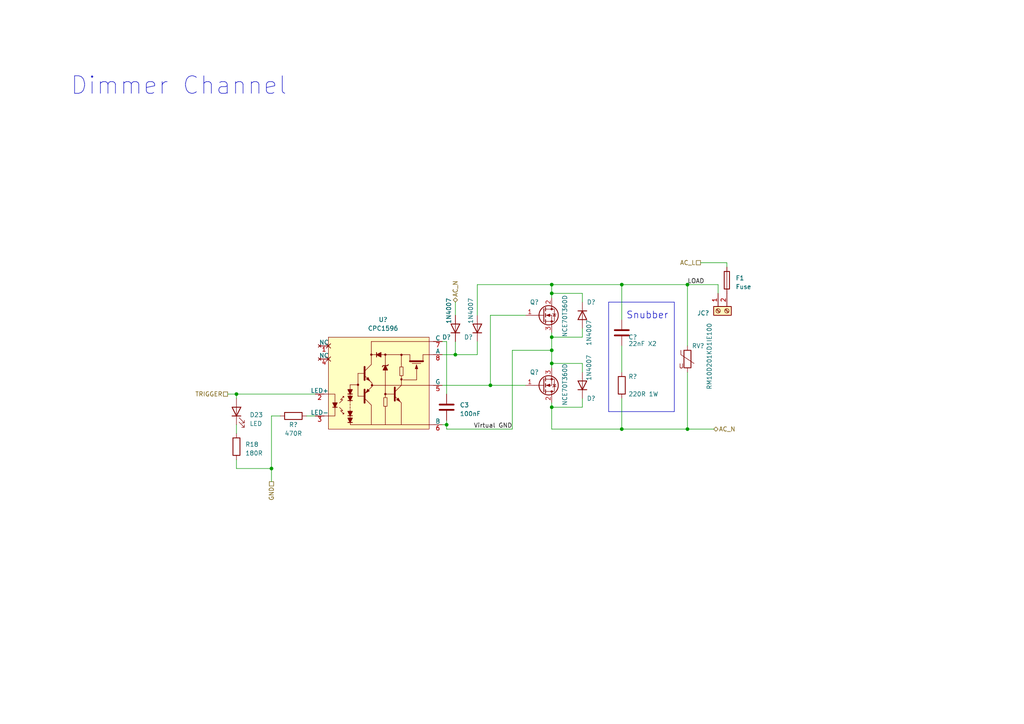
<source format=kicad_sch>
(kicad_sch (version 20230121) (generator eeschema)
  (paper "A4")
  (lib_symbols
    (symbol "0x3333:CPC1596" (pin_names (offset 0))
      (property "Reference" "U" (at -15.24 15.24 0))
      (property "Value" "CPC1596" (at -10.795 -15.24 0))
      (symbol "CPC1596_0_1"
        (rectangle (start -16.51 13.97) (end 12.7 -12.7) (fill (type background)))
        (circle (center -7.9248 0.1524) (radius 0.254) (fill (type outline)))
        (circle (center -4.064 8.89) (radius 0.254) (fill (type outline)))
        (circle (center -3.8608 0.0254) (radius 0.254) (fill (type outline)))
        (circle (center 0 -2.54) (radius 0.254) (fill (type outline)))
        (polyline (pts (xy -15.24 -6.35) (xy -13.97 -6.35)) (stroke (width 0.254)))
        (polyline (pts (xy -10.8458 -10.7696) (xy -9.5758 -10.7696)) (stroke (width 0.254)))
        (polyline (pts (xy -10.8458 -8.8138) (xy -9.5758 -8.8138)) (stroke (width 0.254)))
        (polyline (pts (xy -10.8458 -4.4196) (xy -9.5758 -4.4196)) (stroke (width 0.254)))
        (polyline (pts (xy -10.8458 -2.5146) (xy -9.5758 -2.5146)) (stroke (width 0.254)))
        (polyline (pts (xy -10.2108 -8.8646) (xy -10.2108 -9.4996)))
        (polyline (pts (xy -10.2108 -7.5946) (xy -10.2108 -7.0358)))
        (polyline (pts (xy -10.2108 -6.1722) (xy -10.2108 -6.731)))
        (polyline (pts (xy -10.2108 -5.3086) (xy -10.2108 -5.8674)))
        (polyline (pts (xy -10.2108 -4.445) (xy -10.2108 -5.0038)))
        (polyline (pts (xy -10.2108 -2.5146) (xy -10.2108 -3.1496)))
        (polyline (pts (xy -10.2108 -1.2446) (xy -10.2108 0.1524)))
        (polyline (pts (xy -10.16 -9.525) (xy -10.16 -10.795)))
        (polyline (pts (xy -7.9248 -3.1496) (xy -7.9248 0.1524)))
        (polyline (pts (xy -6.1468 -3.1496) (xy -7.9248 -3.1496)))
        (polyline (pts (xy -6.1468 3.4544) (xy -7.9248 3.4544)))
        (polyline (pts (xy -6.0198 -3.7846) (xy -4.064 -5.7404)))
        (polyline (pts (xy -6.0198 4.0894) (xy -4.064 6.0452)))
        (polyline (pts (xy -4.1148 -0.6096) (xy -6.0198 -2.5146)) (fill (type outline)))
        (polyline (pts (xy -4.1148 0.9144) (xy -6.0198 2.8194)) (fill (type outline)))
        (polyline (pts (xy -4.064 12.7) (xy -4.064 9.0932)))
        (polyline (pts (xy -3.81 0) (xy 13.97 0)))
        (polyline (pts (xy -2.54 9.4996) (xy -2.54 8.2296)) (stroke (width 0.254)))
        (polyline (pts (xy -0.6604 5.6896) (xy -0.8636 5.3848)) (stroke (width 0.254)))
        (polyline (pts (xy 0 -6.096) (xy 0 -11.43)))
        (polyline (pts (xy 0.0508 8.89) (xy 7.112 8.89)))
        (polyline (pts (xy 0.635 5.715) (xy -0.635 5.715)) (stroke (width 0.254)))
        (polyline (pts (xy 0.6604 5.7404) (xy 0.8636 5.9944)) (stroke (width 0.254)))
        (polyline (pts (xy 2.7432 -1.905) (xy 4.6482 0)))
        (polyline (pts (xy 4.6228 -11.43) (xy 14.5796 -11.43)))
        (polyline (pts (xy 4.6482 -5.08) (xy 2.7432 -3.175)) (fill (type outline)))
        (polyline (pts (xy 4.6482 6.35) (xy 4.6482 8.89)))
        (polyline (pts (xy 4.6482 8.89) (xy 4.6736 9.0424)))
        (polyline (pts (xy 4.6736 2.794) (xy 4.6736 0)))
        (polyline (pts (xy 7.1374 8.89) (xy 7.1374 6.985)))
        (polyline (pts (xy 10.3124 6.35) (xy 7.7724 6.35)))
        (polyline (pts (xy 10.922 8.89) (xy 10.922 6.985)))
        (polyline (pts (xy 10.922 8.89) (xy 13.97 8.89)))
        (polyline (pts (xy 10.9474 6.985) (xy 7.1374 6.985)) (stroke (width 0.508)))
        (polyline (pts (xy -17.78 -2.54) (xy -14.605 -2.54) (xy -14.605 -5.08)))
        (polyline (pts (xy -14.605 -6.35) (xy -14.605 -8.89) (xy -17.78 -8.89)))
        (polyline (pts (xy -10.2108 0.1524) (xy -7.9248 0.1524) (xy -7.9248 3.4544)))
        (polyline (pts (xy -6.0198 -1.2446) (xy -6.0198 -5.0546) (xy -6.0198 -5.0546)) (stroke (width 0.508)))
        (polyline (pts (xy -6.0198 1.5494) (xy -6.0198 5.3594) (xy -6.0198 5.3594)) (stroke (width 0.508)))
        (polyline (pts (xy -4.1148 -0.6096) (xy -3.8608 -0.3556) (xy -3.8608 0.0508)))
        (polyline (pts (xy -4.1148 0.9144) (xy -3.8608 0.6604) (xy -3.8608 0.0508)))
        (polyline (pts (xy -4.064 12.7) (xy -3.81 12.7) (xy 13.97 12.7)))
        (polyline (pts (xy -2.54 8.89) (xy -4.064 8.89) (xy -4.064 6.0452)))
        (polyline (pts (xy 0 5.5626) (xy 0 8.89) (xy -1.2192 8.89)))
        (polyline (pts (xy 2.6416 -2.54) (xy 0 -2.54) (xy 0 4.445)))
        (polyline (pts (xy 2.7432 -4.445) (xy 2.7432 -0.635) (xy 2.7432 -0.635)) (stroke (width 0.508)))
        (polyline (pts (xy 4.6228 -5.08) (xy 4.6228 -11.43) (xy -4.064 -11.43)))
        (polyline (pts (xy 9.0932 4.826) (xy 9.0932 1.5748) (xy 5.1816 1.5748)))
        (polyline (pts (xy -14.605 -6.35) (xy -15.24 -5.08) (xy -13.97 -5.08) (xy -14.605 -6.35)) (stroke (width 0.254)) (fill (type outline)))
        (polyline (pts (xy -10.2108 -10.7696) (xy -10.8458 -9.4996) (xy -9.5758 -9.4996) (xy -10.2108 -10.7696)) (stroke (width 0.254)) (fill (type outline)))
        (polyline (pts (xy -10.2108 -8.8138) (xy -10.8458 -7.5438) (xy -9.5758 -7.5438) (xy -10.2108 -8.8138)) (stroke (width 0.254)) (fill (type outline)))
        (polyline (pts (xy -10.2108 -4.4196) (xy -10.8458 -3.1496) (xy -9.5758 -3.1496) (xy -10.2108 -4.4196)) (stroke (width 0.254)) (fill (type outline)))
        (polyline (pts (xy -10.2108 -2.5146) (xy -10.8458 -1.2446) (xy -9.5758 -1.2446) (xy -10.2108 -2.5146)) (stroke (width 0.254)) (fill (type outline)))
        (polyline (pts (xy -5.1308 -1.1176) (xy -4.6228 -1.6256) (xy -5.6388 -2.1336) (xy -5.1308 -1.1176)) (fill (type outline)))
        (polyline (pts (xy -4.064 -5.7404) (xy -4.064 -11.43) (xy -10.16 -11.43) (xy -10.16 -10.668)))
        (polyline (pts (xy -2.54 8.8646) (xy -1.27 9.4996) (xy -1.27 8.2296) (xy -2.54 8.8646)) (stroke (width 0.254)) (fill (type outline)))
        (polyline (pts (xy 0 5.715) (xy 0.635 4.445) (xy -0.635 4.445) (xy 0 5.715)) (stroke (width 0.254)) (fill (type outline)))
        (polyline (pts (xy 9.0424 5.9436) (xy 8.6614 4.8006) (xy 9.4234 4.8006) (xy 9.0424 5.9436)) (fill (type outline)))
        (polyline (pts (xy -5.5118 1.8034) (xy -5.0038 2.3114) (xy -4.4958 1.2954) (xy -5.5118 1.8034) (xy -5.5118 1.8034)) (fill (type outline)))
        (polyline (pts (xy 3.2512 -4.191) (xy 3.7592 -3.683) (xy 4.2672 -4.699) (xy 3.2512 -4.191) (xy 3.2512 -4.191)) (fill (type outline)))
        (polyline (pts (xy -13.3 -6.4) (xy -12.34 -7.36) (xy -12.98 -7.36) (xy -12.02 -8.32) (xy -12.34 -8.32) (xy -12.02 -8) (xy -12.02 -8.32)))
        (polyline (pts (xy -13.3 -5.12) (xy -12.34 -4.16) (xy -12.98 -4.16) (xy -12.02 -3.2) (xy -12.34 -3.2) (xy -12.02 -3.52) (xy -12.02 -3.2)))
        (polyline (pts (xy 0 -2.54) (xy 0 -3.556) (xy -0.4572 -3.556) (xy -0.4572 -6.096) (xy 0.508 -6.096) (xy 0.508 -3.556) (xy 0 -3.556)))
        (polyline (pts (xy 4.6482 6.35) (xy 4.6482 5.334) (xy 4.191 5.334) (xy 4.191 2.794) (xy 5.1562 2.794) (xy 5.1562 5.334) (xy 4.6482 5.334)))
        (circle (center 0 8.89) (radius 0.254) (fill (type outline)))
        (circle (center 4.6736 1.7272) (radius 0.254) (fill (type outline)))
        (circle (center 4.6736 8.8392) (radius 0.254) (fill (type outline)))
      )
      (symbol "CPC1596_1_1"
        (pin no_connect non_logic (at -19.05 11.43 0) (length 2.54) (name "NC") (number "1"))
        (pin input line (at -20.32 -2.54 0) (length 2.54) (name "LED+") (number "2"))
        (pin passive line (at -20.32 -8.89 0) (length 2.54) (name "LED-") (number "3"))
        (pin no_connect non_logic (at -19.05 7.62 0) (length 2.54) (name "NC") (number "4"))
        (pin output line (at 16.51 0 180) (length 2.54) (name "G") (number "5"))
        (pin passive line (at 16.51 -11.43 180) (length 2.54) (name "B") (number "6"))
        (pin bidirectional line (at 16.51 12.7 180) (length 2.54) (name "C") (number "7"))
        (pin input line (at 16.51 8.89 180) (length 2.54) (name "A") (number "8"))
      )
    )
    (symbol "Connector:Screw_Terminal_01x02" (pin_names (offset 1.016) hide)
      (property "Reference" "J" (at 0 2.54 0))
      (property "Value" "Screw_Terminal_01x02" (at 0 -5.08 0))
      (symbol "Screw_Terminal_01x02_1_1"
        (rectangle (start -1.27 1.27) (end 1.27 -3.81) (stroke (width 0.254)) (fill (type background)))
        (circle (center 0 -2.54) (radius 0.635) (stroke (width 0.1524)))
        (polyline (pts (xy -0.5334 -2.2098) (xy 0.3302 -3.048)) (stroke (width 0.1524)))
        (polyline (pts (xy -0.5334 0.3302) (xy 0.3302 -0.508)) (stroke (width 0.1524)))
        (polyline (pts (xy -0.3556 -2.032) (xy 0.508 -2.8702)) (stroke (width 0.1524)))
        (polyline (pts (xy -0.3556 0.508) (xy 0.508 -0.3302)) (stroke (width 0.1524)))
        (circle (center 0 0) (radius 0.635) (stroke (width 0.1524)))
        (pin passive line (at -5.08 0 0) (length 3.81) (name "Pin_1") (number "1"))
        (pin passive line (at -5.08 -2.54 0) (length 3.81) (name "Pin_2") (number "2"))
      )
    )
    (symbol "Device:C" (pin_numbers hide) (pin_names (offset 0.254))
      (property "Reference" "C" (at 0.635 2.54 0))
      (property "Value" "C" (at 0.635 -2.54 0))
      (symbol "C_0_1"
        (polyline (pts (xy -2.032 -0.762) (xy 2.032 -0.762)) (stroke (width 0.508)))
        (polyline (pts (xy -2.032 0.762) (xy 2.032 0.762)) (stroke (width 0.508)))
      )
      (symbol "C_1_1"
        (pin passive line (at 0 3.81 270) (length 2.794) (name "~") (number "1"))
        (pin passive line (at 0 -3.81 90) (length 2.794) (name "~") (number "2"))
      )
    )
    (symbol "Device:Fuse" (pin_numbers hide) (pin_names (offset 0))
      (property "Reference" "F" (at 2.032 0 90))
      (property "Value" "Fuse" (at -1.905 0 90))
      (symbol "Fuse_0_1"
        (rectangle (start -0.762 -2.54) (end 0.762 2.54) (stroke (width 0.254)))
        (polyline (pts (xy 0 2.54) (xy 0 -2.54)))
      )
      (symbol "Fuse_1_1"
        (pin passive line (at 0 3.81 270) (length 1.27) (name "~") (number "1"))
        (pin passive line (at 0 -3.81 90) (length 1.27) (name "~") (number "2"))
      )
    )
    (symbol "Device:LED" (pin_numbers hide) (pin_names (offset 1.016) hide)
      (property "Reference" "D" (at 0 2.54 0))
      (property "Value" "LED" (at 0 -2.54 0))
      (symbol "LED_0_1"
        (polyline (pts (xy -1.27 -1.27) (xy -1.27 1.27)) (stroke (width 0.254)))
        (polyline (pts (xy -1.27 0) (xy 1.27 0)))
        (polyline (pts (xy 1.27 -1.27) (xy 1.27 1.27) (xy -1.27 0) (xy 1.27 -1.27)) (stroke (width 0.254)))
        (polyline (pts (xy -3.048 -0.762) (xy -4.572 -2.286) (xy -3.81 -2.286) (xy -4.572 -2.286) (xy -4.572 -1.524)))
        (polyline (pts (xy -1.778 -0.762) (xy -3.302 -2.286) (xy -2.54 -2.286) (xy -3.302 -2.286) (xy -3.302 -1.524)))
      )
      (symbol "LED_1_1"
        (pin passive line (at -3.81 0 0) (length 2.54) (name "K") (number "1"))
        (pin passive line (at 3.81 0 180) (length 2.54) (name "A") (number "2"))
      )
    )
    (symbol "Device:R" (pin_numbers hide) (pin_names (offset 0))
      (property "Reference" "R" (at 2.032 0 90))
      (property "Value" "R" (at 0 0 90))
      (symbol "R_0_1"
        (rectangle (start -1.016 -2.54) (end 1.016 2.54) (stroke (width 0.254)))
      )
      (symbol "R_1_1"
        (pin passive line (at 0 3.81 270) (length 1.27) (name "~") (number "1"))
        (pin passive line (at 0 -3.81 90) (length 1.27) (name "~") (number "2"))
      )
    )
    (symbol "Device:Varistor" (pin_numbers hide) (pin_names (offset 0))
      (property "Reference" "RV" (at 3.175 0 90))
      (property "Value" "Varistor" (at -3.175 0 90))
      (symbol "Varistor_0_0"
        (text "U" (at -1.778 -2.032 0) (effects (font (size 1.27 1.27))))
      )
      (symbol "Varistor_0_1"
        (rectangle (start -1.016 -2.54) (end 1.016 2.54) (stroke (width 0.254)))
        (polyline (pts (xy -1.905 2.54) (xy -1.905 1.27) (xy 1.905 -1.27)))
      )
      (symbol "Varistor_1_1"
        (pin passive line (at 0 3.81 270) (length 1.27) (name "~") (number "1"))
        (pin passive line (at 0 -3.81 90) (length 1.27) (name "~") (number "2"))
      )
    )
    (symbol "Diode:1N4007" (pin_numbers hide) (pin_names hide)
      (property "Reference" "D" (at 0 2.54 0))
      (property "Value" "1N4007" (at 0 -2.54 0))
      (symbol "1N4007_0_1"
        (polyline (pts (xy -1.27 1.27) (xy -1.27 -1.27)) (stroke (width 0.254)))
        (polyline (pts (xy 1.27 0) (xy -1.27 0)))
        (polyline (pts (xy 1.27 1.27) (xy 1.27 -1.27) (xy -1.27 0) (xy 1.27 1.27)) (stroke (width 0.254)))
      )
      (symbol "1N4007_1_1"
        (pin passive line (at -3.81 0 0) (length 2.54) (name "K") (number "1"))
        (pin passive line (at 3.81 0 180) (length 2.54) (name "A") (number "2"))
      )
    )
    (symbol "Transistor_FET:IRF740" (pin_names hide)
      (property "Reference" "Q" (at 6.35 1.905 0))
      (property "Value" "IRF740" (at 6.35 0 0))
      (symbol "IRF740_0_1"
        (polyline (pts (xy 0.254 0) (xy -2.54 0)))
        (polyline (pts (xy 0.254 1.905) (xy 0.254 -1.905)) (stroke (width 0.254)))
        (polyline (pts (xy 0.762 -1.27) (xy 0.762 -2.286)) (stroke (width 0.254)))
        (polyline (pts (xy 0.762 0.508) (xy 0.762 -0.508)) (stroke (width 0.254)))
        (polyline (pts (xy 0.762 2.286) (xy 0.762 1.27)) (stroke (width 0.254)))
        (polyline (pts (xy 2.54 2.54) (xy 2.54 1.778)))
        (polyline (pts (xy 2.54 -2.54) (xy 2.54 0) (xy 0.762 0)))
        (polyline (pts (xy 0.762 -1.778) (xy 3.302 -1.778) (xy 3.302 1.778) (xy 0.762 1.778)))
        (polyline (pts (xy 1.016 0) (xy 2.032 0.381) (xy 2.032 -0.381) (xy 1.016 0)) (fill (type outline)))
        (polyline (pts (xy 2.794 0.508) (xy 2.921 0.381) (xy 3.683 0.381) (xy 3.81 0.254)))
        (polyline (pts (xy 3.302 0.381) (xy 2.921 -0.254) (xy 3.683 -0.254) (xy 3.302 0.381)))
        (circle (center 1.651 0) (radius 2.794) (stroke (width 0.254)))
        (circle (center 2.54 -1.778) (radius 0.254) (fill (type outline)))
        (circle (center 2.54 1.778) (radius 0.254) (fill (type outline)))
      )
      (symbol "IRF740_1_1"
        (pin input line (at -5.08 0 0) (length 2.54) (name "G") (number "1"))
        (pin passive line (at 2.54 5.08 270) (length 2.54) (name "D") (number "2"))
        (pin passive line (at 2.54 -5.08 90) (length 2.54) (name "S") (number "3"))
      )
    )
  )
  (junction (at 199.39 82.55))
  (junction (at 180.34 82.55))
  (junction (at 180.34 124.46))
  (junction (at 129.54 123.19))
  (junction (at 199.39 124.46))
  (junction (at 160.02 101.6))
  (junction (at 68.58 114.3))
  (junction (at 160.02 97.79))
  (junction (at 160.02 85.09))
  (junction (at 160.02 118.11))
  (junction (at 160.02 82.55))
  (junction (at 142.24 111.76))
  (junction (at 160.02 105.41))
  (junction (at 132.08 102.87))
  (junction (at 78.74 135.89))
  (wire (pts (xy 78.74 120.65) (xy 78.74 135.89)))
  (wire (pts (xy 78.74 135.89) (xy 78.74 139.7)))
  (wire (pts (xy 128.27 123.19) (xy 129.54 123.19)))
  (wire (pts (xy 138.43 99.06) (xy 138.43 102.87)))
  (wire (pts (xy 68.58 135.89) (xy 78.74 135.89)))
  (wire (pts (xy 180.34 100.33) (xy 180.34 107.95)))
  (wire (pts (xy 128.27 111.76) (xy 142.24 111.76)))
  (wire (pts (xy 132.08 102.87) (xy 138.43 102.87)))
  (wire (pts (xy 128.27 99.06) (xy 129.54 99.06)))
  (wire (pts (xy 129.54 121.92) (xy 129.54 123.19)))
  (wire (pts (xy 142.24 91.44) (xy 152.4 91.44)))
  (wire (pts (xy 68.58 114.3) (xy 91.44 114.3)))
  (wire (pts (xy 168.91 107.95) (xy 168.91 105.41)))
  (wire (pts (xy 180.34 115.57) (xy 180.34 124.46)))
  (wire (pts (xy 129.54 124.46) (xy 148.59 124.46)))
  (wire (pts (xy 160.02 85.09) (xy 168.91 85.09)))
  (wire (pts (xy 160.02 101.6) (xy 160.02 105.41)))
  (wire (pts (xy 88.9 120.65) (xy 91.44 120.65)))
  (wire (pts (xy 168.91 115.57) (xy 168.91 118.11)))
  (wire (pts (xy 160.02 86.36) (xy 160.02 85.09)))
  (wire (pts (xy 160.02 82.55) (xy 138.43 82.55)))
  (wire (pts (xy 148.59 101.6) (xy 160.02 101.6)))
  (wire (pts (xy 132.08 99.06) (xy 132.08 102.87)))
  (wire (pts (xy 160.02 85.09) (xy 160.02 82.55)))
  (wire (pts (xy 160.02 124.46) (xy 180.34 124.46)))
  (polyline (pts (xy 195.58 119.38) (xy 176.53 119.38)))
  (wire (pts (xy 168.91 95.25) (xy 168.91 97.79)))
  (wire (pts (xy 160.02 118.11) (xy 160.02 124.46)))
  (wire (pts (xy 180.34 82.55) (xy 199.39 82.55)))
  (polyline (pts (xy 176.53 87.63) (xy 195.58 87.63)))
  (wire (pts (xy 148.59 101.6) (xy 148.59 124.46)))
  (wire (pts (xy 160.02 97.79) (xy 160.02 101.6)))
  (wire (pts (xy 199.39 82.55) (xy 199.39 100.33)))
  (wire (pts (xy 160.02 105.41) (xy 168.91 105.41)))
  (wire (pts (xy 129.54 124.46) (xy 129.54 123.19)))
  (wire (pts (xy 160.02 96.52) (xy 160.02 97.79)))
  (wire (pts (xy 152.4 111.76) (xy 142.24 111.76)))
  (wire (pts (xy 199.39 124.46) (xy 207.01 124.46)))
  (polyline (pts (xy 195.58 87.63) (xy 195.58 119.38)))
  (wire (pts (xy 128.27 102.87) (xy 132.08 102.87)))
  (polyline (pts (xy 176.53 87.63) (xy 176.53 119.38)))
  (wire (pts (xy 210.82 76.2) (xy 210.82 77.47)))
  (wire (pts (xy 180.34 82.55) (xy 180.34 92.71)))
  (wire (pts (xy 199.39 82.55) (xy 208.28 82.55)))
  (wire (pts (xy 132.08 87.63) (xy 132.08 91.44)))
  (wire (pts (xy 180.34 124.46) (xy 199.39 124.46)))
  (wire (pts (xy 68.58 133.35) (xy 68.58 135.89)))
  (wire (pts (xy 68.58 114.3) (xy 68.58 115.57)))
  (wire (pts (xy 142.24 91.44) (xy 142.24 111.76)))
  (wire (pts (xy 160.02 97.79) (xy 168.91 97.79)))
  (wire (pts (xy 66.04 114.3) (xy 68.58 114.3)))
  (wire (pts (xy 168.91 87.63) (xy 168.91 85.09)))
  (wire (pts (xy 208.28 82.55) (xy 208.28 85.09)))
  (wire (pts (xy 160.02 82.55) (xy 180.34 82.55)))
  (wire (pts (xy 160.02 105.41) (xy 160.02 106.68)))
  (wire (pts (xy 138.43 82.55) (xy 138.43 91.44)))
  (wire (pts (xy 160.02 116.84) (xy 160.02 118.11)))
  (wire (pts (xy 78.74 120.65) (xy 81.28 120.65)))
  (wire (pts (xy 129.54 99.06) (xy 129.54 114.3)))
  (wire (pts (xy 203.2 76.2) (xy 210.82 76.2)))
  (wire (pts (xy 199.39 107.95) (xy 199.39 124.46)))
  (wire (pts (xy 68.58 123.19) (xy 68.58 125.73)))
  (wire (pts (xy 160.02 118.11) (xy 168.91 118.11)))
  (text "Dimmer Channel" (at 20.32 27.94 0) (effects (font (size 5.08 5.08)) (justify left bottom)))
  (text "Snubber" (at 181.61 92.71 0) (effects (font (size 2 2)) (justify left bottom)))
  (label "Virtual GND" (at 148.59 124.46 180))
  (label "LOAD" (at 199.39 82.55 0))
  (hierarchical_label "AC_L" (shape passive) (at 203.2 76.2 180))
  (hierarchical_label "GND" (shape passive) (at 78.74 139.7 270))
  (hierarchical_label "AC_N" (shape bidirectional) (at 132.08 87.63 90))
  (hierarchical_label "TRIGGER" (shape passive) (at 66.04 114.3 180))
  (hierarchical_label "AC_N" (shape bidirectional) (at 207.01 124.46 0))
  (symbol (lib_id "Device:LED") (at 68.58 119.38 90) (unit 1)
    (property "Reference" "D23" (at 72.39 120.3325 90) (effects (justify right)))
    (property "Value" "LED" (at 72.39 122.8725 90) (effects (justify right)))
    (property "Footprint" "LED_SMD:LED_0805_2012Metric" (effects hide))
    (property "Datasheet" "https://datasheet.lcsc.com/lcsc/2008201032_Foshan-NationStar-Optoelectronics-NCD0805R1_C84256.pdf" (effects hide))
    (property "LCSC" "C84256" (effects hide))
    (instances (project "Rev1" (path "" (reference "D23") (unit 1)) (path "" (reference "D23") (unit 1)) (path "" (reference "D7") (unit 1)) (path "" (reference "D12") (unit 1)) (path "" (reference "D17") (unit 1)) (path "" (reference "D22") (unit 1))))
  )
  (symbol (lib_id "Diode:1N4007") (at 168.91 111.76 90) (unit 1)
    (property "Reference" "D?" (at 170.18 115.57 90) (effects (justify right)))
    (property "Value" "1N4007" (at 170.815 102.87 0) (effects (justify right)))
    (property "Footprint" "Diode_SMD:D_SMA" (effects hide))
    (property "Datasheet" "https://datasheet.lcsc.com/lcsc/2008281133_TWGMC-1N4007_C727081.pdf" (effects hide))
    (property "LCSC" "C727081" (effects hide))
    (instances (project "Rev1" (path "" (reference "D?") (unit 1)) (path "" (reference "D5") (unit 1)) (path "" (reference "D11") (unit 1)) (path "" (reference "D16") (unit 1)) (path "" (reference "D21") (unit 1)) (path "" (reference "D27") (unit 1))))
  )
  (symbol (lib_id "Device:R") (at 85.09 120.65 90) (unit 1)
    (property "Reference" "R?" (at 85.09 123.19 90))
    (property "Value" "470R" (at 85.09 125.73 90))
    (property "Footprint" "Resistor_SMD:R_0805_2012Metric" (effects hide))
    (property "Description" " 125mW Thick Film Resistors 150V ±100ppm/℃ ±5% -55℃~+155℃ 470Ω 0805 Chip Resistor - Surface Mount ROHS " (effects hide))
    (property "LCSC" "C229215" (effects hide))
    (property "Info" "If 8ma" (effects hide))
    (instances (project "Rev1" (path "" (reference "R?") (unit 1)) (path "" (reference "R8") (unit 1)) (path "" (reference "R11") (unit 1)) (path "" (reference "R14") (unit 1)) (path "" (reference "R17") (unit 1)) (path "" (reference "R21") (unit 1))))
  )
  (symbol (lib_id "Diode:1N4007") (at 138.43 95.25 270) (mirror x) (unit 1)
    (property "Reference" "D?" (at 137.16 97.79 90) (effects (justify right)))
    (property "Value" "1N4007" (at 136.525 86.36 0) (effects (justify right)))
    (property "Footprint" "Diode_SMD:D_SMA" (effects hide))
    (property "Datasheet" "https://datasheet.lcsc.com/lcsc/2008281133_TWGMC-1N4007_C727081.pdf" (effects hide))
    (property "LCSC" "C727081" (effects hide))
    (instances (project "Rev1" (path "" (reference "D?") (unit 1)) (path "" (reference "D4") (unit 1)) (path "" (reference "D9") (unit 1)) (path "" (reference "D14") (unit 1)) (path "" (reference "D19") (unit 1)) (path "" (reference "D25") (unit 1))))
  )
  (symbol (lib_id "Device:R") (at 68.58 129.54 180) (unit 1)
    (property "Reference" "R18" (at 71.12 128.905 0) (effects (justify right)))
    (property "Value" "180R" (at 71.12 131.445 0) (effects (justify right)))
    (property "Footprint" "Resistor_SMD:R_0805_2012Metric" (effects hide))
    (property "Datasheet" "https://datasheet.lcsc.com/lcsc/1810311424_YAGEO-RC0805FR-07180RL_C137585.pdf" (effects hide))
    (property "LCSC" "C137585" (effects hide))
    (instances (project "Rev1" (path "" (reference "R18") (unit 1)) (path "" (reference "R18") (unit 1)) (path "" (reference "R10") (unit 1)) (path "" (reference "R13") (unit 1)) (path "" (reference "R16") (unit 1)) (path "" (reference "R20") (unit 1))))
  )
  (symbol (lib_id "Diode:1N4007") (at 168.91 91.44 90) (mirror x) (unit 1)
    (property "Reference" "D?" (at 170.18 87.63 90) (effects (justify right)))
    (property "Value" "1N4007" (at 170.815 100.33 0) (effects (justify right)))
    (property "Footprint" "Diode_SMD:D_SMA" (effects hide))
    (property "Datasheet" "https://datasheet.lcsc.com/lcsc/2008281133_TWGMC-1N4007_C727081.pdf" (effects hide))
    (property "LCSC" "C727081" (effects hide))
    (instances (project "Rev1" (path "" (reference "D?") (unit 1)) (path "" (reference "D6") (unit 1)) (path "" (reference "D10") (unit 1)) (path "" (reference "D15") (unit 1)) (path "" (reference "D20") (unit 1)) (path "" (reference "D26") (unit 1))))
  )
  (symbol (lib_id "Device:R") (at 180.34 111.76 0) (unit 1)
    (property "Reference" "R?" (at 182.245 109.22 0) (effects (justify left)))
    (property "Value" "220R 1W" (at 182.245 114.3 0) (effects (justify left)))
    (property "Footprint" "Resistor_SMD:R_2512_6332Metric_Pad1.40x3.35mm_HandSolder" (effects hide))
    (property "LCSC" "C877859" (effects hide))
    (instances (project "Rev1" (path "" (reference "R?") (unit 1)) (path "" (reference "R9") (unit 1)) (path "" (reference "R12") (unit 1)) (path "" (reference "R15") (unit 1)) (path "" (reference "R19") (unit 1)) (path "" (reference "R22") (unit 1))))
  )
  (symbol (lib_id "0x3333:CPC1596") (at 111.76 111.76 0) (unit 1)
    (property "Reference" "U?" (at 111.1123 92.71 0))
    (property "Value" "CPC1596" (at 111.1123 95.25 0))
    (property "Footprint" "0x3333:DIP-8_W8.89mm_SMDSocket_SmallPads" (effects hide))
    (property "LCSC" "C5291403" (effects hide))
    (instances (project "Rev1" (path "" (reference "U?") (unit 1)) (path "" (reference "U3") (unit 1)) (path "" (reference "U4") (unit 1)) (path "" (reference "U5") (unit 1)) (path "" (reference "U6") (unit 1)) (path "" (reference "U7") (unit 1))))
  )
  (symbol (lib_id "Device:C") (at 129.54 118.11 0) (unit 1)
    (property "Reference" "C3" (at 133.35 117.475 0) (effects (justify left)))
    (property "Value" "100nF" (at 133.35 120.015 0) (effects (justify left)))
    (property "Footprint" "Capacitor_SMD:C_0805_2012Metric" (effects hide))
    (property "LCSC" "C49678" (effects hide))
    (property "Description" " 50V 100nF X7R ±10% 0805 Multilayer Ceramic Capacitors MLCC - SMD/SMT ROHS " (effects hide))
    (instances (project "Rev1" (path "" (reference "C3") (unit 1)) (path "" (reference "C14") (unit 1)) (path "" (reference "C15") (unit 1)) (path "" (reference "C16") (unit 1)) (path "" (reference "C17") (unit 1))))
  )
  (symbol (lib_id "Device:Varistor") (at 199.39 104.14 0) (unit 1)
    (property "Reference" "RV?" (at 200.66 100.33 0) (effects (justify left)))
    (property "Value" "RM10D201KD1IE100" (at 205.74 113.03 90) (effects (justify left)))
    (property "Footprint" "Varistor:RV_Disc_D12mm_W3.9mm_P7.5mm" (effects hide))
    (property "Datasheet" "https://datasheet.lcsc.com/lcsc/2108141930_Dersonic-RM10D201KD1IE100_C2761654.pdf" (effects hide))
    (property "LCSC" "C2761654" (effects hide))
    (instances (project "Rev1" (path "" (reference "RV?") (unit 1)) (path "" (reference "RV1") (unit 1)) (path "" (reference "RV2") (unit 1)) (path "" (reference "RV3") (unit 1)) (path "" (reference "RV4") (unit 1)) (path "" (reference "RV5") (unit 1))))
  )
  (symbol (lib_id "Connector:Screw_Terminal_01x02") (at 208.28 90.17 90) (mirror x) (unit 1)
    (property "Reference" "JC?" (at 205.74 90.805 90) (effects (justify left)))
    (property "Value" "Screw_Terminal_01x02" (effects hide))
    (property "Footprint" "TerminalBlock_Phoenix:TerminalBlock_Phoenix_MKDS-3-2-5.08_1x02_P5.08mm_Horizontal" (effects hide))
    (property "LCSC" "C395730" (effects hide))
    (instances (project "Rev1" (path "" (reference "JC?") (unit 1)) (path "" (reference "JC1") (unit 1)) (path "" (reference "JC2") (unit 1)) (path "" (reference "JC3") (unit 1)) (path "" (reference "JC4") (unit 1)) (path "" (reference "JC5") (unit 1))))
  )
  (symbol (lib_id "Transistor_FET:IRF740") (at 157.48 91.44 0) (unit 1)
    (property "Reference" "Q?" (at 153.67 87.63 0) (effects (justify left)))
    (property "Value" "NCE70T360D" (at 163.83 97.79 90) (effects (justify left)))
    (property "Footprint" "Package_TO_SOT_SMD:TO-263-2" (effects hide))
    (property "Datasheet" "http://www.vishay.com/docs/91054/91054.pdf" (effects hide))
    (property "LCSC" "C502893" (effects hide))
    (instances (project "Rev1" (path "" (reference "Q?") (unit 1)) (path "" (reference "Q2") (unit 1)) (path "" (reference "Q4") (unit 1)) (path "" (reference "Q6") (unit 1)) (path "" (reference "Q8") (unit 1)) (path "" (reference "Q10") (unit 1))))
  )
  (symbol (lib_id "Diode:1N4007") (at 132.08 95.25 270) (mirror x) (unit 1)
    (property "Reference" "D?" (at 130.81 97.79 90) (effects (justify right)))
    (property "Value" "1N4007" (at 130.175 86.36 0) (effects (justify right)))
    (property "Footprint" "Diode_SMD:D_SMA" (effects hide))
    (property "Datasheet" "https://datasheet.lcsc.com/lcsc/2008281133_TWGMC-1N4007_C727081.pdf" (effects hide))
    (property "LCSC" "C727081" (effects hide))
    (instances (project "Rev1" (path "" (reference "D?") (unit 1)) (path "" (reference "D3") (unit 1)) (path "" (reference "D8") (unit 1)) (path "" (reference "D13") (unit 1)) (path "" (reference "D18") (unit 1)) (path "" (reference "D24") (unit 1))))
  )
  (symbol (lib_id "Device:Fuse") (at 210.82 81.28 0) (unit 1)
    (property "Reference" "F1" (at 213.36 80.645 0) (effects (justify left)))
    (property "Value" "Fuse" (at 213.36 83.185 0) (effects (justify left)))
    (property "Footprint" "Fuse:Fuseholder_Cylinder-5x20mm_Schurter_0031_8201_Horizontal_Open" (effects hide))
    (property "Datasheet" "https://datasheet.lcsc.com/lcsc/2008121141_XFCN-PTF-77_C717030.pdf" (effects hide))
    (property "LCSC" "C717030" (effects hide))
    (property "Description" " Fuse Holders ROHS" (effects hide))
    (instances (project "Rev1" (path "" (reference "F1") (unit 1)) (path "" (reference "F2") (unit 1)) (path "" (reference "F3") (unit 1)) (path "" (reference "F4") (unit 1)) (path "" (reference "F5") (unit 1))))
  )
  (symbol (lib_id "Transistor_FET:IRF740") (at 157.48 111.76 0) (mirror x) (unit 1)
    (property "Reference" "Q?" (at 153.67 107.95 0) (effects (justify left)))
    (property "Value" "NCE70T360D" (at 163.83 105.41 90) (effects (justify left)))
    (property "Footprint" "Package_TO_SOT_SMD:TO-263-2" (effects hide))
    (property "Datasheet" "http://www.vishay.com/docs/91054/91054.pdf" (effects hide))
    (property "LCSC" "C502893" (effects hide))
    (instances (project "Rev1" (path "" (reference "Q?") (unit 1)) (path "" (reference "Q3") (unit 1)) (path "" (reference "Q5") (unit 1)) (path "" (reference "Q7") (unit 1)) (path "" (reference "Q9") (unit 1)) (path "" (reference "Q11") (unit 1))))
  )
  (symbol (lib_id "Device:C") (at 180.34 96.52 0) (unit 1)
    (property "Reference" "C?" (at 182.245 97.79 0) (effects (justify left)))
    (property "Value" "22nF X2" (at 182.245 99.695 0) (effects (justify left)))
    (property "Footprint" "Capacitor_SMD:C_2220_5650Metric" (effects hide))
    (property "LCSC" "C1021638" (effects hide))
    (instances (project "Rev1" (path "" (reference "C?") (unit 1)) (path "" (reference "C4") (unit 1)) (path "" (reference "C6") (unit 1)) (path "" (reference "C8") (unit 1)) (path "" (reference "C10") (unit 1)) (path "" (reference "C12") (unit 1))))
  )
)
</source>
